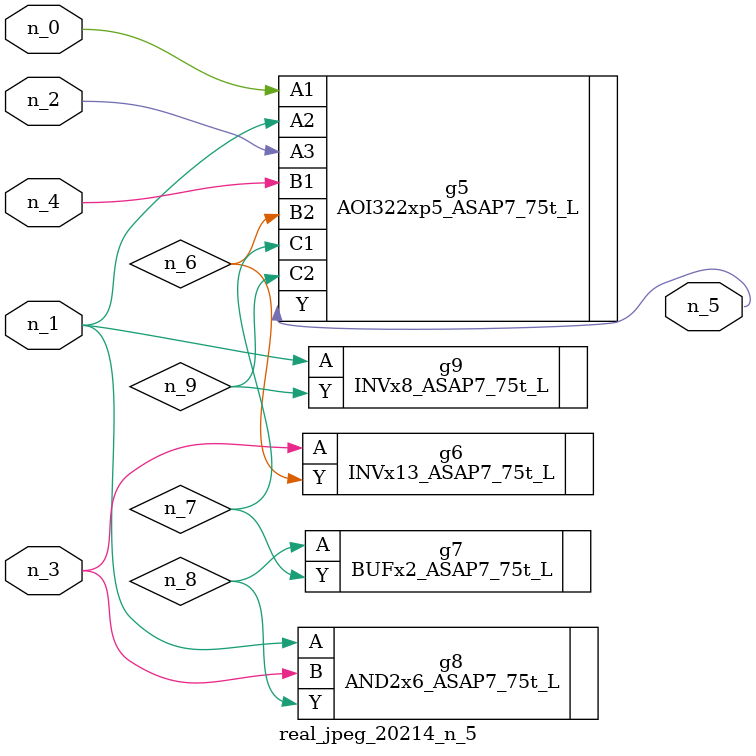
<source format=v>
module real_jpeg_20214_n_5 (n_4, n_0, n_1, n_2, n_3, n_5);

input n_4;
input n_0;
input n_1;
input n_2;
input n_3;

output n_5;

wire n_8;
wire n_6;
wire n_7;
wire n_9;

AOI322xp5_ASAP7_75t_L g5 ( 
.A1(n_0),
.A2(n_1),
.A3(n_2),
.B1(n_4),
.B2(n_6),
.C1(n_7),
.C2(n_9),
.Y(n_5)
);

AND2x6_ASAP7_75t_L g8 ( 
.A(n_1),
.B(n_3),
.Y(n_8)
);

INVx8_ASAP7_75t_L g9 ( 
.A(n_1),
.Y(n_9)
);

INVx13_ASAP7_75t_L g6 ( 
.A(n_3),
.Y(n_6)
);

BUFx2_ASAP7_75t_L g7 ( 
.A(n_8),
.Y(n_7)
);


endmodule
</source>
